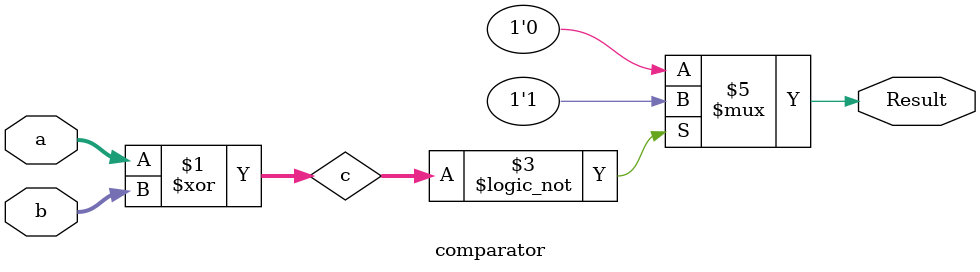
<source format=v>
module comparator (a, b, Result);
    input [3:0] a;
    input [3:0] b;
 
    output reg Result;
 
    wire [3:0] c;
   
   assign c = a ^ b;
 
   always @(c)
        begin
            if (c == 4'b0000)
                    Result <= 1;
            else
                    Result <= 0;
        end
endmodule
</source>
